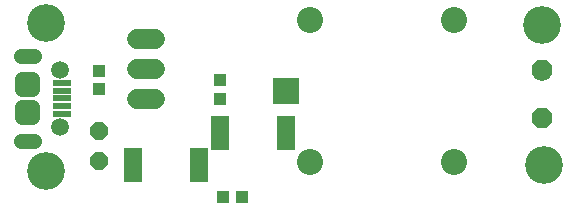
<source format=gbr>
G04 EAGLE Gerber RS-274X export*
G75*
%MOMM*%
%FSLAX34Y34*%
%LPD*%
%INSoldermask Top*%
%IPPOS*%
%AMOC8*
5,1,8,0,0,1.08239X$1,22.5*%
G01*
%ADD10C,1.703200*%
%ADD11C,3.203200*%
%ADD12P,1.869504X8X22.500000*%
%ADD13C,1.156759*%
%ADD14R,1.553200X0.603200*%
%ADD15C,1.270000*%
%ADD16C,1.511200*%
%ADD17P,1.649562X8X292.500000*%
%ADD18R,2.203200X2.203200*%
%ADD19C,2.203200*%
%ADD20C,1.727200*%
%ADD21R,1.103200X1.003200*%
%ADD22R,1.003200X1.103200*%
%ADD23R,1.003200X1.003200*%
%ADD24R,1.529300X2.853200*%


D10*
X490200Y398600D03*
X490100Y358800D03*
D11*
X70200Y438600D03*
X70200Y313600D03*
X491900Y318300D03*
X490400Y437000D03*
D12*
X490200Y398800D03*
X490200Y358800D03*
D13*
X59732Y382268D02*
X50268Y382268D01*
X50268Y391732D01*
X59732Y391732D01*
X59732Y382268D01*
X59732Y358268D02*
X50268Y358268D01*
X50268Y367732D01*
X59732Y367732D01*
X59732Y358268D01*
D14*
X83750Y381500D03*
X83750Y388000D03*
X83750Y375000D03*
X83750Y368500D03*
X83750Y362000D03*
D15*
X60588Y411250D02*
X49412Y411250D01*
X49412Y338750D02*
X60588Y338750D01*
D16*
X82300Y399250D03*
X82300Y350750D03*
D17*
X115000Y347700D03*
X115000Y322300D03*
D18*
X273500Y381200D03*
D19*
X415500Y441200D03*
X415500Y321200D03*
X293500Y441200D03*
X293500Y321200D03*
D20*
X162620Y425400D02*
X147380Y425400D01*
X147380Y400000D02*
X162620Y400000D01*
X162620Y374600D02*
X147380Y374600D01*
D21*
X220462Y291500D03*
X236338Y291500D03*
D22*
X217800Y374962D03*
X217800Y390838D03*
D23*
X115500Y383080D03*
X115500Y398320D03*
D24*
X217754Y345600D03*
X273646Y345600D03*
X199946Y318500D03*
X144054Y318500D03*
M02*

</source>
